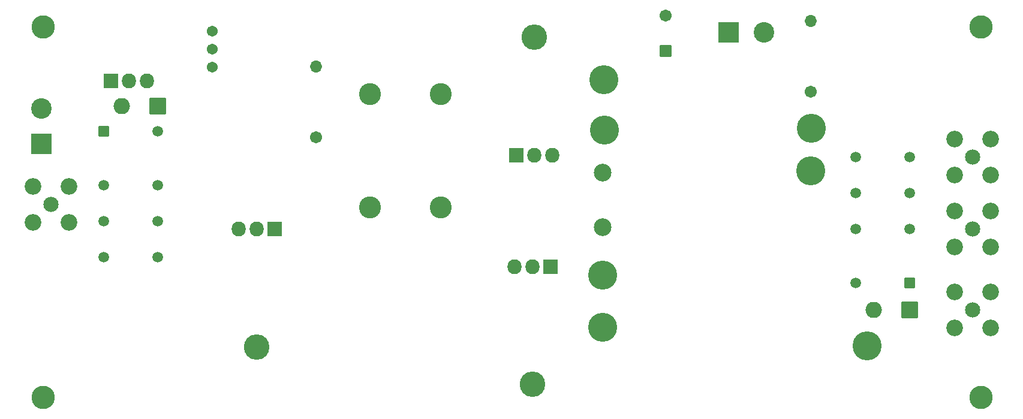
<source format=gbr>
G04 #@! TF.GenerationSoftware,KiCad,Pcbnew,(6.0.0)*
G04 #@! TF.CreationDate,2022-05-31T00:37:06+02:00*
G04 #@! TF.ProjectId,rfamp3,7266616d-7033-42e6-9b69-6361645f7063,rev?*
G04 #@! TF.SameCoordinates,Original*
G04 #@! TF.FileFunction,Soldermask,Bot*
G04 #@! TF.FilePolarity,Negative*
%FSLAX46Y46*%
G04 Gerber Fmt 4.6, Leading zero omitted, Abs format (unit mm)*
G04 Created by KiCad (PCBNEW (6.0.0)) date 2022-05-31 00:37:06*
%MOMM*%
%LPD*%
G01*
G04 APERTURE LIST*
G04 Aperture macros list*
%AMRoundRect*
0 Rectangle with rounded corners*
0 $1 Rounding radius*
0 $2 $3 $4 $5 $6 $7 $8 $9 X,Y pos of 4 corners*
0 Add a 4 corners polygon primitive as box body*
4,1,4,$2,$3,$4,$5,$6,$7,$8,$9,$2,$3,0*
0 Add four circle primitives for the rounded corners*
1,1,$1+$1,$2,$3*
1,1,$1+$1,$4,$5*
1,1,$1+$1,$6,$7*
1,1,$1+$1,$8,$9*
0 Add four rect primitives between the rounded corners*
20,1,$1+$1,$2,$3,$4,$5,0*
20,1,$1+$1,$4,$5,$6,$7,0*
20,1,$1+$1,$6,$7,$8,$9,0*
20,1,$1+$1,$8,$9,$2,$3,0*%
G04 Aperture macros list end*
%ADD10C,2.152000*%
%ADD11C,2.352000*%
%ADD12RoundRect,0.051000X1.400000X-1.400000X1.400000X1.400000X-1.400000X1.400000X-1.400000X-1.400000X0*%
%ADD13C,2.902000*%
%ADD14RoundRect,0.051000X-1.400000X-1.400000X1.400000X-1.400000X1.400000X1.400000X-1.400000X1.400000X0*%
%ADD15RoundRect,0.051000X-0.700000X-0.700000X0.700000X-0.700000X0.700000X0.700000X-0.700000X0.700000X0*%
%ADD16C,1.502000*%
%ADD17RoundRect,0.051000X0.700000X0.700000X-0.700000X0.700000X-0.700000X-0.700000X0.700000X-0.700000X0*%
%ADD18RoundRect,0.051000X-0.952500X-1.000000X0.952500X-1.000000X0.952500X1.000000X-0.952500X1.000000X0*%
%ADD19O,2.007000X2.102000*%
%ADD20O,3.602000X3.602000*%
%ADD21RoundRect,0.051000X0.952500X1.000000X-0.952500X1.000000X-0.952500X-1.000000X0.952500X-1.000000X0*%
%ADD22C,1.542000*%
%ADD23C,1.702000*%
%ADD24O,1.702000X1.702000*%
%ADD25RoundRect,0.051000X0.800000X-0.800000X0.800000X0.800000X-0.800000X0.800000X-0.800000X-0.800000X0*%
%ADD26C,3.102000*%
%ADD27C,4.102500*%
%ADD28C,3.302000*%
%ADD29C,2.502000*%
%ADD30RoundRect,0.051000X1.100000X1.100000X-1.100000X1.100000X-1.100000X-1.100000X1.100000X-1.100000X0*%
%ADD31O,2.302000X2.302000*%
G04 APERTURE END LIST*
D10*
X66050000Y-73350000D03*
D11*
X68590000Y-75890000D03*
X68590000Y-70810000D03*
X63510000Y-70810000D03*
X63510000Y-75890000D03*
D12*
X64770000Y-64770000D03*
D13*
X64770000Y-59770000D03*
D10*
X196215000Y-76835000D03*
D11*
X193675000Y-79375000D03*
X193675000Y-74295000D03*
X198755000Y-74295000D03*
X198755000Y-79375000D03*
D14*
X161798000Y-49022000D03*
D13*
X166798000Y-49022000D03*
D15*
X73533000Y-62992000D03*
D16*
X73533000Y-70612000D03*
X73533000Y-75682000D03*
X73533000Y-80772000D03*
X81163000Y-80782000D03*
X81163000Y-75702000D03*
X81153000Y-70612000D03*
X81153000Y-62992000D03*
D17*
X187325000Y-84455000D03*
D16*
X187325000Y-76835000D03*
X187325000Y-71765000D03*
X187325000Y-66675000D03*
X179695000Y-66665000D03*
X179695000Y-71745000D03*
X179705000Y-76835000D03*
X179705000Y-84455000D03*
D18*
X74549000Y-55880000D03*
D19*
X77089000Y-55880000D03*
X79629000Y-55880000D03*
D20*
X134360920Y-49740680D03*
D18*
X131820920Y-66400680D03*
D19*
X134360920Y-66400680D03*
X136900920Y-66400680D03*
D20*
X134117080Y-98768040D03*
D21*
X136657080Y-82108040D03*
D19*
X134117080Y-82108040D03*
X131577080Y-82108040D03*
D22*
X88900000Y-48895000D03*
X88900000Y-51435000D03*
X88900000Y-53975000D03*
D23*
X173355000Y-57404000D03*
D24*
X173355000Y-47404000D03*
D10*
X196215000Y-88265000D03*
D11*
X193675000Y-90805000D03*
X198755000Y-90805000D03*
X193675000Y-85725000D03*
X198755000Y-85725000D03*
D10*
X196215000Y-66675000D03*
D11*
X193675000Y-64135000D03*
X198755000Y-69215000D03*
X198755000Y-64135000D03*
X193675000Y-69215000D03*
D25*
X152908000Y-51689000D03*
D23*
X152908000Y-46689000D03*
X103505000Y-63881000D03*
D24*
X103505000Y-53881000D03*
D20*
X95123000Y-93495000D03*
D21*
X97663000Y-76835000D03*
D19*
X95123000Y-76835000D03*
X92583000Y-76835000D03*
D26*
X111125000Y-57785000D03*
X111125000Y-73785000D03*
X121125000Y-57785000D03*
X121125000Y-73785000D03*
D27*
X181300000Y-93300000D03*
X144018000Y-83312000D03*
X144272000Y-62865000D03*
X144145000Y-55753000D03*
X144018000Y-90678000D03*
X173355000Y-68580000D03*
X173482000Y-62611000D03*
D28*
X197450000Y-100575000D03*
X197450000Y-48260000D03*
X64950000Y-100590000D03*
X64950000Y-48260000D03*
D29*
X144018000Y-68834000D03*
X144018000Y-76584000D03*
D30*
X81157818Y-59450000D03*
D31*
X76077818Y-59450000D03*
D30*
X187307818Y-88250000D03*
D31*
X182227818Y-88250000D03*
M02*

</source>
